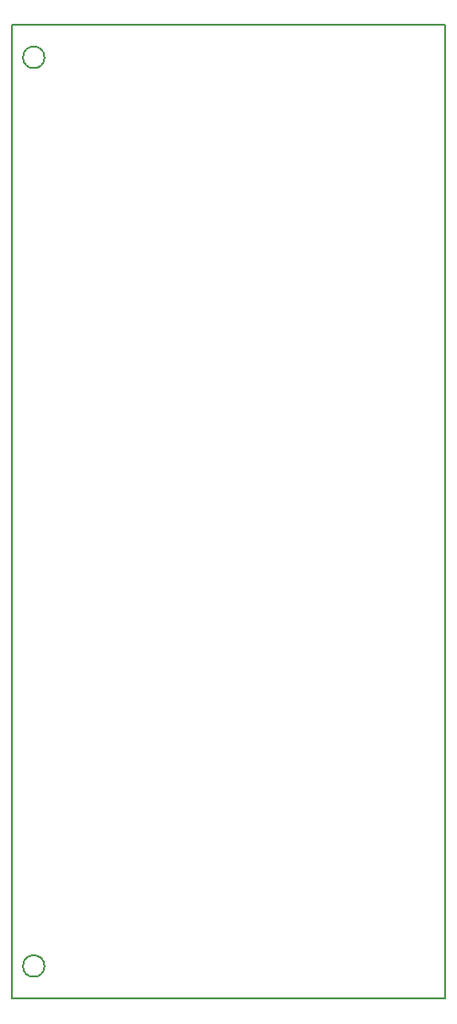
<source format=gm1>
G04 #@! TF.GenerationSoftware,KiCad,Pcbnew,8.0.8*
G04 #@! TF.CreationDate,2025-02-25T21:21:12+02:00*
G04 #@! TF.ProjectId,minisumo_2025,6d696e69-7375-46d6-9f5f-323032352e6b,rev?*
G04 #@! TF.SameCoordinates,Original*
G04 #@! TF.FileFunction,Profile,NP*
%FSLAX46Y46*%
G04 Gerber Fmt 4.6, Leading zero omitted, Abs format (unit mm)*
G04 Created by KiCad (PCBNEW 8.0.8) date 2025-02-25 21:21:12*
%MOMM*%
%LPD*%
G01*
G04 APERTURE LIST*
G04 #@! TA.AperFunction,Profile*
%ADD10C,0.200000*%
G04 #@! TD*
G04 APERTURE END LIST*
D10*
X110384377Y-138450000D02*
X150500000Y-138450000D01*
X110384377Y-48450000D02*
X110384377Y-138450000D01*
X150500000Y-48450000D02*
X110384377Y-48450000D01*
X113400377Y-135450000D02*
G75*
G02*
X111400377Y-135450000I-1000000J0D01*
G01*
X111400377Y-135450000D02*
G75*
G02*
X113400377Y-135450000I1000000J0D01*
G01*
X113400377Y-51450000D02*
G75*
G02*
X111400377Y-51450000I-1000000J0D01*
G01*
X111400377Y-51450000D02*
G75*
G02*
X113400377Y-51450000I1000000J0D01*
G01*
X150500000Y-138450000D02*
X150500000Y-48450000D01*
M02*

</source>
